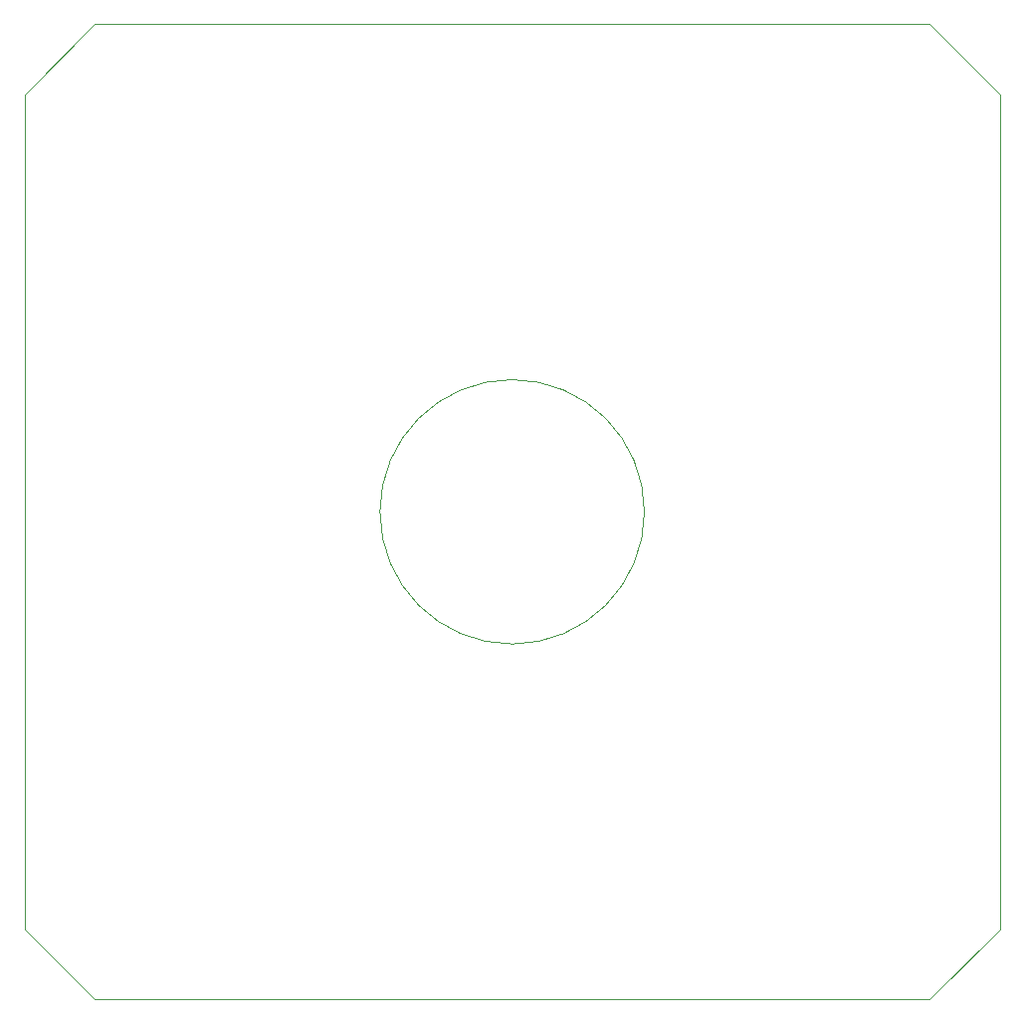
<source format=gm1>
G04 #@! TF.FileFunction,Profile,NP*
%FSLAX46Y46*%
G04 Gerber Fmt 4.6, Leading zero omitted, Abs format (unit mm)*
G04 Created by KiCad (PCBNEW 4.0.5+dfsg1-4) date Fri May  4 15:45:56 2018*
%MOMM*%
%LPD*%
G01*
G04 APERTURE LIST*
%ADD10C,0.100000*%
%ADD11C,0.001000*%
G04 APERTURE END LIST*
D10*
D11*
X141500000Y-135500000D02*
X135500000Y-141500000D01*
X64500000Y-141500000D02*
X58500000Y-135500000D01*
X135500000Y-58500000D02*
X141500000Y-64500000D01*
X58500000Y-64500000D02*
X64500000Y-58500000D01*
X111250000Y-100000000D02*
G75*
G03X111250000Y-100000000I-11250000J0D01*
G01*
X58500000Y-135500000D02*
X58500000Y-64500000D01*
X135500000Y-141500000D02*
X64500000Y-141500000D01*
X141500000Y-64500000D02*
X141500000Y-135500000D01*
X64500000Y-58500000D02*
X135500000Y-58500000D01*
M02*

</source>
